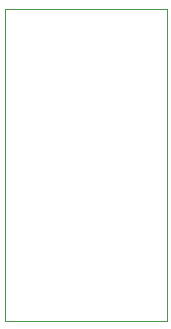
<source format=gm1>
G04 #@! TF.GenerationSoftware,KiCad,Pcbnew,(6.0.9)*
G04 #@! TF.CreationDate,2023-05-28T18:52:16+02:00*
G04 #@! TF.ProjectId,SOIC-SSOP-DIP adapter,534f4943-2d53-4534-9f50-2d4449502061,rev?*
G04 #@! TF.SameCoordinates,Original*
G04 #@! TF.FileFunction,Profile,NP*
%FSLAX46Y46*%
G04 Gerber Fmt 4.6, Leading zero omitted, Abs format (unit mm)*
G04 Created by KiCad (PCBNEW (6.0.9)) date 2023-05-28 18:52:16*
%MOMM*%
%LPD*%
G01*
G04 APERTURE LIST*
G04 #@! TA.AperFunction,Profile*
%ADD10C,0.100000*%
G04 #@! TD*
G04 APERTURE END LIST*
D10*
X87122000Y-108712000D02*
X87122000Y-135128000D01*
X87122000Y-135128000D02*
X100838000Y-135128000D01*
X100838000Y-108712000D02*
X87122000Y-108712000D01*
X100838000Y-135128000D02*
X100838000Y-108712000D01*
M02*

</source>
